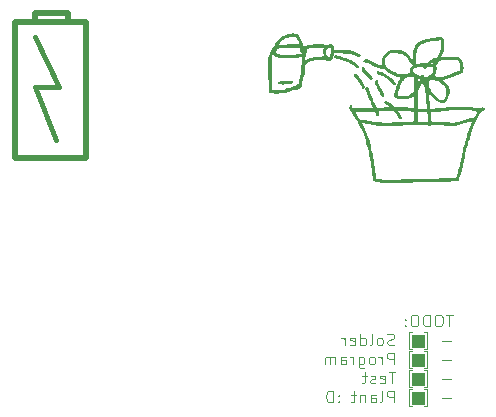
<source format=gbr>
%TF.GenerationSoftware,KiCad,Pcbnew,8.0.0*%
%TF.CreationDate,2024-05-08T00:57:59+10:00*%
%TF.ProjectId,PlantPulse_Node,506c616e-7450-4756-9c73-655f4e6f6465,rev?*%
%TF.SameCoordinates,Original*%
%TF.FileFunction,Legend,Bot*%
%TF.FilePolarity,Positive*%
%FSLAX46Y46*%
G04 Gerber Fmt 4.6, Leading zero omitted, Abs format (unit mm)*
G04 Created by KiCad (PCBNEW 8.0.0) date 2024-05-08 00:57:59*
%MOMM*%
%LPD*%
G01*
G04 APERTURE LIST*
%ADD10C,0.100000*%
%ADD11C,0.500000*%
%ADD12C,0.400000*%
%ADD13C,0.120000*%
%ADD14C,0.000000*%
G04 APERTURE END LIST*
D10*
X94150000Y-97400000D02*
X95150000Y-97400000D01*
X95150000Y-98400000D01*
X94150000Y-98400000D01*
X94150000Y-97400000D01*
G36*
X94150000Y-97400000D02*
G01*
X95150000Y-97400000D01*
X95150000Y-98400000D01*
X94150000Y-98400000D01*
X94150000Y-97400000D01*
G37*
D11*
X66500000Y-80750000D02*
X60500000Y-80750000D01*
X62250000Y-69250000D02*
X62250000Y-68500000D01*
D12*
X64250000Y-74750000D02*
X62250000Y-70500000D01*
D11*
X65000000Y-68500000D02*
X65000000Y-69250000D01*
X60500000Y-80750000D02*
X60500000Y-69250000D01*
D10*
X94150000Y-95800000D02*
X95150000Y-95800000D01*
X95150000Y-96800000D01*
X94150000Y-96800000D01*
X94150000Y-95800000D01*
G36*
X94150000Y-95800000D02*
G01*
X95150000Y-95800000D01*
X95150000Y-96800000D01*
X94150000Y-96800000D01*
X94150000Y-95800000D01*
G37*
D12*
X64000000Y-79250000D02*
X62250000Y-74750000D01*
X62250000Y-74750000D02*
X64250000Y-74750000D01*
D11*
X66500000Y-69250000D02*
X66500000Y-80750000D01*
D10*
X94150000Y-99000000D02*
X95150000Y-99000000D01*
X95150000Y-100000000D01*
X94150000Y-100000000D01*
X94150000Y-99000000D01*
G36*
X94150000Y-99000000D02*
G01*
X95150000Y-99000000D01*
X95150000Y-100000000D01*
X94150000Y-100000000D01*
X94150000Y-99000000D01*
G37*
D11*
X62250000Y-68500000D02*
X65000000Y-68500000D01*
D10*
X94150000Y-100600000D02*
X95150000Y-100600000D01*
X95150000Y-101600000D01*
X94150000Y-101600000D01*
X94150000Y-100600000D01*
G36*
X94150000Y-100600000D02*
G01*
X95150000Y-100600000D01*
X95150000Y-101600000D01*
X94150000Y-101600000D01*
X94150000Y-100600000D01*
G37*
D11*
X60500000Y-69250000D02*
X66500000Y-69250000D01*
D13*
X97575814Y-94031603D02*
X97004386Y-94031603D01*
X97290100Y-95031603D02*
X97290100Y-94031603D01*
X96480576Y-94031603D02*
X96290100Y-94031603D01*
X96290100Y-94031603D02*
X96194862Y-94079222D01*
X96194862Y-94079222D02*
X96099624Y-94174460D01*
X96099624Y-94174460D02*
X96052005Y-94364936D01*
X96052005Y-94364936D02*
X96052005Y-94698269D01*
X96052005Y-94698269D02*
X96099624Y-94888745D01*
X96099624Y-94888745D02*
X96194862Y-94983984D01*
X96194862Y-94983984D02*
X96290100Y-95031603D01*
X96290100Y-95031603D02*
X96480576Y-95031603D01*
X96480576Y-95031603D02*
X96575814Y-94983984D01*
X96575814Y-94983984D02*
X96671052Y-94888745D01*
X96671052Y-94888745D02*
X96718671Y-94698269D01*
X96718671Y-94698269D02*
X96718671Y-94364936D01*
X96718671Y-94364936D02*
X96671052Y-94174460D01*
X96671052Y-94174460D02*
X96575814Y-94079222D01*
X96575814Y-94079222D02*
X96480576Y-94031603D01*
X95623433Y-95031603D02*
X95623433Y-94031603D01*
X95623433Y-94031603D02*
X95385338Y-94031603D01*
X95385338Y-94031603D02*
X95242481Y-94079222D01*
X95242481Y-94079222D02*
X95147243Y-94174460D01*
X95147243Y-94174460D02*
X95099624Y-94269698D01*
X95099624Y-94269698D02*
X95052005Y-94460174D01*
X95052005Y-94460174D02*
X95052005Y-94603031D01*
X95052005Y-94603031D02*
X95099624Y-94793507D01*
X95099624Y-94793507D02*
X95147243Y-94888745D01*
X95147243Y-94888745D02*
X95242481Y-94983984D01*
X95242481Y-94983984D02*
X95385338Y-95031603D01*
X95385338Y-95031603D02*
X95623433Y-95031603D01*
X94432957Y-94031603D02*
X94242481Y-94031603D01*
X94242481Y-94031603D02*
X94147243Y-94079222D01*
X94147243Y-94079222D02*
X94052005Y-94174460D01*
X94052005Y-94174460D02*
X94004386Y-94364936D01*
X94004386Y-94364936D02*
X94004386Y-94698269D01*
X94004386Y-94698269D02*
X94052005Y-94888745D01*
X94052005Y-94888745D02*
X94147243Y-94983984D01*
X94147243Y-94983984D02*
X94242481Y-95031603D01*
X94242481Y-95031603D02*
X94432957Y-95031603D01*
X94432957Y-95031603D02*
X94528195Y-94983984D01*
X94528195Y-94983984D02*
X94623433Y-94888745D01*
X94623433Y-94888745D02*
X94671052Y-94698269D01*
X94671052Y-94698269D02*
X94671052Y-94364936D01*
X94671052Y-94364936D02*
X94623433Y-94174460D01*
X94623433Y-94174460D02*
X94528195Y-94079222D01*
X94528195Y-94079222D02*
X94432957Y-94031603D01*
X93575814Y-94936364D02*
X93528195Y-94983984D01*
X93528195Y-94983984D02*
X93575814Y-95031603D01*
X93575814Y-95031603D02*
X93623433Y-94983984D01*
X93623433Y-94983984D02*
X93575814Y-94936364D01*
X93575814Y-94936364D02*
X93575814Y-95031603D01*
X93575814Y-94412555D02*
X93528195Y-94460174D01*
X93528195Y-94460174D02*
X93575814Y-94507793D01*
X93575814Y-94507793D02*
X93623433Y-94460174D01*
X93623433Y-94460174D02*
X93575814Y-94412555D01*
X93575814Y-94412555D02*
X93575814Y-94507793D01*
X97432957Y-96260594D02*
X96671053Y-96260594D01*
X95147243Y-96974880D02*
X95385338Y-96974880D01*
X95385338Y-96974880D02*
X95385338Y-95546308D01*
X95385338Y-95546308D02*
X95147243Y-95546308D01*
X94099623Y-96974880D02*
X93861528Y-96974880D01*
X93861528Y-96974880D02*
X93861528Y-95546308D01*
X93861528Y-95546308D02*
X94099623Y-95546308D01*
X92623432Y-96593928D02*
X92480575Y-96641547D01*
X92480575Y-96641547D02*
X92242480Y-96641547D01*
X92242480Y-96641547D02*
X92147242Y-96593928D01*
X92147242Y-96593928D02*
X92099623Y-96546308D01*
X92099623Y-96546308D02*
X92052004Y-96451070D01*
X92052004Y-96451070D02*
X92052004Y-96355832D01*
X92052004Y-96355832D02*
X92099623Y-96260594D01*
X92099623Y-96260594D02*
X92147242Y-96212975D01*
X92147242Y-96212975D02*
X92242480Y-96165356D01*
X92242480Y-96165356D02*
X92432956Y-96117737D01*
X92432956Y-96117737D02*
X92528194Y-96070118D01*
X92528194Y-96070118D02*
X92575813Y-96022499D01*
X92575813Y-96022499D02*
X92623432Y-95927261D01*
X92623432Y-95927261D02*
X92623432Y-95832023D01*
X92623432Y-95832023D02*
X92575813Y-95736785D01*
X92575813Y-95736785D02*
X92528194Y-95689166D01*
X92528194Y-95689166D02*
X92432956Y-95641547D01*
X92432956Y-95641547D02*
X92194861Y-95641547D01*
X92194861Y-95641547D02*
X92052004Y-95689166D01*
X91480575Y-96641547D02*
X91575813Y-96593928D01*
X91575813Y-96593928D02*
X91623432Y-96546308D01*
X91623432Y-96546308D02*
X91671051Y-96451070D01*
X91671051Y-96451070D02*
X91671051Y-96165356D01*
X91671051Y-96165356D02*
X91623432Y-96070118D01*
X91623432Y-96070118D02*
X91575813Y-96022499D01*
X91575813Y-96022499D02*
X91480575Y-95974880D01*
X91480575Y-95974880D02*
X91337718Y-95974880D01*
X91337718Y-95974880D02*
X91242480Y-96022499D01*
X91242480Y-96022499D02*
X91194861Y-96070118D01*
X91194861Y-96070118D02*
X91147242Y-96165356D01*
X91147242Y-96165356D02*
X91147242Y-96451070D01*
X91147242Y-96451070D02*
X91194861Y-96546308D01*
X91194861Y-96546308D02*
X91242480Y-96593928D01*
X91242480Y-96593928D02*
X91337718Y-96641547D01*
X91337718Y-96641547D02*
X91480575Y-96641547D01*
X90575813Y-96641547D02*
X90671051Y-96593928D01*
X90671051Y-96593928D02*
X90718670Y-96498689D01*
X90718670Y-96498689D02*
X90718670Y-95641547D01*
X89766289Y-96641547D02*
X89766289Y-95641547D01*
X89766289Y-96593928D02*
X89861527Y-96641547D01*
X89861527Y-96641547D02*
X90052003Y-96641547D01*
X90052003Y-96641547D02*
X90147241Y-96593928D01*
X90147241Y-96593928D02*
X90194860Y-96546308D01*
X90194860Y-96546308D02*
X90242479Y-96451070D01*
X90242479Y-96451070D02*
X90242479Y-96165356D01*
X90242479Y-96165356D02*
X90194860Y-96070118D01*
X90194860Y-96070118D02*
X90147241Y-96022499D01*
X90147241Y-96022499D02*
X90052003Y-95974880D01*
X90052003Y-95974880D02*
X89861527Y-95974880D01*
X89861527Y-95974880D02*
X89766289Y-96022499D01*
X88909146Y-96593928D02*
X89004384Y-96641547D01*
X89004384Y-96641547D02*
X89194860Y-96641547D01*
X89194860Y-96641547D02*
X89290098Y-96593928D01*
X89290098Y-96593928D02*
X89337717Y-96498689D01*
X89337717Y-96498689D02*
X89337717Y-96117737D01*
X89337717Y-96117737D02*
X89290098Y-96022499D01*
X89290098Y-96022499D02*
X89194860Y-95974880D01*
X89194860Y-95974880D02*
X89004384Y-95974880D01*
X89004384Y-95974880D02*
X88909146Y-96022499D01*
X88909146Y-96022499D02*
X88861527Y-96117737D01*
X88861527Y-96117737D02*
X88861527Y-96212975D01*
X88861527Y-96212975D02*
X89337717Y-96308213D01*
X88432955Y-96641547D02*
X88432955Y-95974880D01*
X88432955Y-96165356D02*
X88385336Y-96070118D01*
X88385336Y-96070118D02*
X88337717Y-96022499D01*
X88337717Y-96022499D02*
X88242479Y-95974880D01*
X88242479Y-95974880D02*
X88147241Y-95974880D01*
X97432957Y-97870538D02*
X96671053Y-97870538D01*
X95147243Y-98584824D02*
X95385338Y-98584824D01*
X95385338Y-98584824D02*
X95385338Y-97156252D01*
X95385338Y-97156252D02*
X95147243Y-97156252D01*
X94099623Y-98584824D02*
X93861528Y-98584824D01*
X93861528Y-98584824D02*
X93861528Y-97156252D01*
X93861528Y-97156252D02*
X94099623Y-97156252D01*
X92575813Y-98251491D02*
X92575813Y-97251491D01*
X92575813Y-97251491D02*
X92194861Y-97251491D01*
X92194861Y-97251491D02*
X92099623Y-97299110D01*
X92099623Y-97299110D02*
X92052004Y-97346729D01*
X92052004Y-97346729D02*
X92004385Y-97441967D01*
X92004385Y-97441967D02*
X92004385Y-97584824D01*
X92004385Y-97584824D02*
X92052004Y-97680062D01*
X92052004Y-97680062D02*
X92099623Y-97727681D01*
X92099623Y-97727681D02*
X92194861Y-97775300D01*
X92194861Y-97775300D02*
X92575813Y-97775300D01*
X91575813Y-98251491D02*
X91575813Y-97584824D01*
X91575813Y-97775300D02*
X91528194Y-97680062D01*
X91528194Y-97680062D02*
X91480575Y-97632443D01*
X91480575Y-97632443D02*
X91385337Y-97584824D01*
X91385337Y-97584824D02*
X91290099Y-97584824D01*
X90813908Y-98251491D02*
X90909146Y-98203872D01*
X90909146Y-98203872D02*
X90956765Y-98156252D01*
X90956765Y-98156252D02*
X91004384Y-98061014D01*
X91004384Y-98061014D02*
X91004384Y-97775300D01*
X91004384Y-97775300D02*
X90956765Y-97680062D01*
X90956765Y-97680062D02*
X90909146Y-97632443D01*
X90909146Y-97632443D02*
X90813908Y-97584824D01*
X90813908Y-97584824D02*
X90671051Y-97584824D01*
X90671051Y-97584824D02*
X90575813Y-97632443D01*
X90575813Y-97632443D02*
X90528194Y-97680062D01*
X90528194Y-97680062D02*
X90480575Y-97775300D01*
X90480575Y-97775300D02*
X90480575Y-98061014D01*
X90480575Y-98061014D02*
X90528194Y-98156252D01*
X90528194Y-98156252D02*
X90575813Y-98203872D01*
X90575813Y-98203872D02*
X90671051Y-98251491D01*
X90671051Y-98251491D02*
X90813908Y-98251491D01*
X89623432Y-97584824D02*
X89623432Y-98394348D01*
X89623432Y-98394348D02*
X89671051Y-98489586D01*
X89671051Y-98489586D02*
X89718670Y-98537205D01*
X89718670Y-98537205D02*
X89813908Y-98584824D01*
X89813908Y-98584824D02*
X89956765Y-98584824D01*
X89956765Y-98584824D02*
X90052003Y-98537205D01*
X89623432Y-98203872D02*
X89718670Y-98251491D01*
X89718670Y-98251491D02*
X89909146Y-98251491D01*
X89909146Y-98251491D02*
X90004384Y-98203872D01*
X90004384Y-98203872D02*
X90052003Y-98156252D01*
X90052003Y-98156252D02*
X90099622Y-98061014D01*
X90099622Y-98061014D02*
X90099622Y-97775300D01*
X90099622Y-97775300D02*
X90052003Y-97680062D01*
X90052003Y-97680062D02*
X90004384Y-97632443D01*
X90004384Y-97632443D02*
X89909146Y-97584824D01*
X89909146Y-97584824D02*
X89718670Y-97584824D01*
X89718670Y-97584824D02*
X89623432Y-97632443D01*
X89147241Y-98251491D02*
X89147241Y-97584824D01*
X89147241Y-97775300D02*
X89099622Y-97680062D01*
X89099622Y-97680062D02*
X89052003Y-97632443D01*
X89052003Y-97632443D02*
X88956765Y-97584824D01*
X88956765Y-97584824D02*
X88861527Y-97584824D01*
X88099622Y-98251491D02*
X88099622Y-97727681D01*
X88099622Y-97727681D02*
X88147241Y-97632443D01*
X88147241Y-97632443D02*
X88242479Y-97584824D01*
X88242479Y-97584824D02*
X88432955Y-97584824D01*
X88432955Y-97584824D02*
X88528193Y-97632443D01*
X88099622Y-98203872D02*
X88194860Y-98251491D01*
X88194860Y-98251491D02*
X88432955Y-98251491D01*
X88432955Y-98251491D02*
X88528193Y-98203872D01*
X88528193Y-98203872D02*
X88575812Y-98108633D01*
X88575812Y-98108633D02*
X88575812Y-98013395D01*
X88575812Y-98013395D02*
X88528193Y-97918157D01*
X88528193Y-97918157D02*
X88432955Y-97870538D01*
X88432955Y-97870538D02*
X88194860Y-97870538D01*
X88194860Y-97870538D02*
X88099622Y-97822919D01*
X87623431Y-98251491D02*
X87623431Y-97584824D01*
X87623431Y-97680062D02*
X87575812Y-97632443D01*
X87575812Y-97632443D02*
X87480574Y-97584824D01*
X87480574Y-97584824D02*
X87337717Y-97584824D01*
X87337717Y-97584824D02*
X87242479Y-97632443D01*
X87242479Y-97632443D02*
X87194860Y-97727681D01*
X87194860Y-97727681D02*
X87194860Y-98251491D01*
X87194860Y-97727681D02*
X87147241Y-97632443D01*
X87147241Y-97632443D02*
X87052003Y-97584824D01*
X87052003Y-97584824D02*
X86909146Y-97584824D01*
X86909146Y-97584824D02*
X86813907Y-97632443D01*
X86813907Y-97632443D02*
X86766288Y-97727681D01*
X86766288Y-97727681D02*
X86766288Y-98251491D01*
X97432957Y-99480482D02*
X96671053Y-99480482D01*
X95147243Y-100194768D02*
X95385338Y-100194768D01*
X95385338Y-100194768D02*
X95385338Y-98766196D01*
X95385338Y-98766196D02*
X95147243Y-98766196D01*
X94099623Y-100194768D02*
X93861528Y-100194768D01*
X93861528Y-100194768D02*
X93861528Y-98766196D01*
X93861528Y-98766196D02*
X94099623Y-98766196D01*
X92718670Y-98861435D02*
X92147242Y-98861435D01*
X92432956Y-99861435D02*
X92432956Y-98861435D01*
X91432956Y-99813816D02*
X91528194Y-99861435D01*
X91528194Y-99861435D02*
X91718670Y-99861435D01*
X91718670Y-99861435D02*
X91813908Y-99813816D01*
X91813908Y-99813816D02*
X91861527Y-99718577D01*
X91861527Y-99718577D02*
X91861527Y-99337625D01*
X91861527Y-99337625D02*
X91813908Y-99242387D01*
X91813908Y-99242387D02*
X91718670Y-99194768D01*
X91718670Y-99194768D02*
X91528194Y-99194768D01*
X91528194Y-99194768D02*
X91432956Y-99242387D01*
X91432956Y-99242387D02*
X91385337Y-99337625D01*
X91385337Y-99337625D02*
X91385337Y-99432863D01*
X91385337Y-99432863D02*
X91861527Y-99528101D01*
X91004384Y-99813816D02*
X90909146Y-99861435D01*
X90909146Y-99861435D02*
X90718670Y-99861435D01*
X90718670Y-99861435D02*
X90623432Y-99813816D01*
X90623432Y-99813816D02*
X90575813Y-99718577D01*
X90575813Y-99718577D02*
X90575813Y-99670958D01*
X90575813Y-99670958D02*
X90623432Y-99575720D01*
X90623432Y-99575720D02*
X90718670Y-99528101D01*
X90718670Y-99528101D02*
X90861527Y-99528101D01*
X90861527Y-99528101D02*
X90956765Y-99480482D01*
X90956765Y-99480482D02*
X91004384Y-99385244D01*
X91004384Y-99385244D02*
X91004384Y-99337625D01*
X91004384Y-99337625D02*
X90956765Y-99242387D01*
X90956765Y-99242387D02*
X90861527Y-99194768D01*
X90861527Y-99194768D02*
X90718670Y-99194768D01*
X90718670Y-99194768D02*
X90623432Y-99242387D01*
X90290098Y-99194768D02*
X89909146Y-99194768D01*
X90147241Y-98861435D02*
X90147241Y-99718577D01*
X90147241Y-99718577D02*
X90099622Y-99813816D01*
X90099622Y-99813816D02*
X90004384Y-99861435D01*
X90004384Y-99861435D02*
X89909146Y-99861435D01*
X97432957Y-101090426D02*
X96671053Y-101090426D01*
X95147243Y-101804712D02*
X95385338Y-101804712D01*
X95385338Y-101804712D02*
X95385338Y-100376140D01*
X95385338Y-100376140D02*
X95147243Y-100376140D01*
X94099623Y-101804712D02*
X93861528Y-101804712D01*
X93861528Y-101804712D02*
X93861528Y-100376140D01*
X93861528Y-100376140D02*
X94099623Y-100376140D01*
X92575813Y-101471379D02*
X92575813Y-100471379D01*
X92575813Y-100471379D02*
X92194861Y-100471379D01*
X92194861Y-100471379D02*
X92099623Y-100518998D01*
X92099623Y-100518998D02*
X92052004Y-100566617D01*
X92052004Y-100566617D02*
X92004385Y-100661855D01*
X92004385Y-100661855D02*
X92004385Y-100804712D01*
X92004385Y-100804712D02*
X92052004Y-100899950D01*
X92052004Y-100899950D02*
X92099623Y-100947569D01*
X92099623Y-100947569D02*
X92194861Y-100995188D01*
X92194861Y-100995188D02*
X92575813Y-100995188D01*
X91432956Y-101471379D02*
X91528194Y-101423760D01*
X91528194Y-101423760D02*
X91575813Y-101328521D01*
X91575813Y-101328521D02*
X91575813Y-100471379D01*
X90623432Y-101471379D02*
X90623432Y-100947569D01*
X90623432Y-100947569D02*
X90671051Y-100852331D01*
X90671051Y-100852331D02*
X90766289Y-100804712D01*
X90766289Y-100804712D02*
X90956765Y-100804712D01*
X90956765Y-100804712D02*
X91052003Y-100852331D01*
X90623432Y-101423760D02*
X90718670Y-101471379D01*
X90718670Y-101471379D02*
X90956765Y-101471379D01*
X90956765Y-101471379D02*
X91052003Y-101423760D01*
X91052003Y-101423760D02*
X91099622Y-101328521D01*
X91099622Y-101328521D02*
X91099622Y-101233283D01*
X91099622Y-101233283D02*
X91052003Y-101138045D01*
X91052003Y-101138045D02*
X90956765Y-101090426D01*
X90956765Y-101090426D02*
X90718670Y-101090426D01*
X90718670Y-101090426D02*
X90623432Y-101042807D01*
X90147241Y-100804712D02*
X90147241Y-101471379D01*
X90147241Y-100899950D02*
X90099622Y-100852331D01*
X90099622Y-100852331D02*
X90004384Y-100804712D01*
X90004384Y-100804712D02*
X89861527Y-100804712D01*
X89861527Y-100804712D02*
X89766289Y-100852331D01*
X89766289Y-100852331D02*
X89718670Y-100947569D01*
X89718670Y-100947569D02*
X89718670Y-101471379D01*
X89385336Y-100804712D02*
X89004384Y-100804712D01*
X89242479Y-100471379D02*
X89242479Y-101328521D01*
X89242479Y-101328521D02*
X89194860Y-101423760D01*
X89194860Y-101423760D02*
X89099622Y-101471379D01*
X89099622Y-101471379D02*
X89004384Y-101471379D01*
X87909145Y-101376140D02*
X87861526Y-101423760D01*
X87861526Y-101423760D02*
X87909145Y-101471379D01*
X87909145Y-101471379D02*
X87956764Y-101423760D01*
X87956764Y-101423760D02*
X87909145Y-101376140D01*
X87909145Y-101376140D02*
X87909145Y-101471379D01*
X87909145Y-100852331D02*
X87861526Y-100899950D01*
X87861526Y-100899950D02*
X87909145Y-100947569D01*
X87909145Y-100947569D02*
X87956764Y-100899950D01*
X87956764Y-100899950D02*
X87909145Y-100852331D01*
X87909145Y-100852331D02*
X87909145Y-100947569D01*
X87432955Y-101471379D02*
X87432955Y-100471379D01*
X87432955Y-100471379D02*
X87194860Y-100471379D01*
X87194860Y-100471379D02*
X87052003Y-100518998D01*
X87052003Y-100518998D02*
X86956765Y-100614236D01*
X86956765Y-100614236D02*
X86909146Y-100709474D01*
X86909146Y-100709474D02*
X86861527Y-100899950D01*
X86861527Y-100899950D02*
X86861527Y-101042807D01*
X86861527Y-101042807D02*
X86909146Y-101233283D01*
X86909146Y-101233283D02*
X86956765Y-101328521D01*
X86956765Y-101328521D02*
X87052003Y-101423760D01*
X87052003Y-101423760D02*
X87194860Y-101471379D01*
X87194860Y-101471379D02*
X87432955Y-101471379D01*
D14*
%TO.C,G\u002A\u002A\u002A*%
G36*
X83961526Y-74236653D02*
G01*
X84019827Y-74280732D01*
X84038045Y-74352879D01*
X84037133Y-74370334D01*
X84003535Y-74441139D01*
X83918793Y-74483899D01*
X83779165Y-74500754D01*
X83756103Y-74501664D01*
X83642521Y-74512031D01*
X83547758Y-74528643D01*
X83533337Y-74531776D01*
X83444623Y-74543136D01*
X83320504Y-74551953D01*
X83183128Y-74556532D01*
X83025710Y-74552362D01*
X82884303Y-74528648D01*
X82800444Y-74483990D01*
X82772789Y-74417933D01*
X82784794Y-74374606D01*
X82850394Y-74320965D01*
X82968543Y-74287277D01*
X83134039Y-74275592D01*
X83137401Y-74275588D01*
X83283929Y-74270249D01*
X83455326Y-74256745D01*
X83615189Y-74237927D01*
X83702784Y-74226749D01*
X83857669Y-74219154D01*
X83961526Y-74236653D01*
G37*
G36*
X90071640Y-73068463D02*
G01*
X90126556Y-73146532D01*
X90135059Y-73163241D01*
X90185397Y-73237016D01*
X90267267Y-73340855D01*
X90371443Y-73463380D01*
X90488703Y-73593215D01*
X90620203Y-73738221D01*
X90722685Y-73862751D01*
X90784014Y-73956591D01*
X90807261Y-74025834D01*
X90795501Y-74076573D01*
X90751805Y-74114901D01*
X90748768Y-74116663D01*
X90686848Y-74143780D01*
X90638036Y-74132271D01*
X90576395Y-74076450D01*
X90416344Y-73909151D01*
X90240791Y-73723392D01*
X90103828Y-73575107D01*
X90001875Y-73460232D01*
X89931351Y-73374706D01*
X89888676Y-73314469D01*
X89870268Y-73275458D01*
X89862243Y-73197775D01*
X89886111Y-73112762D01*
X89937947Y-73058354D01*
X90004280Y-73041329D01*
X90071640Y-73068463D01*
G37*
G36*
X89387691Y-73663758D02*
G01*
X89445649Y-73705707D01*
X89524535Y-73782332D01*
X89633573Y-73901053D01*
X89708046Y-73987037D01*
X89799967Y-74101079D01*
X89870821Y-74198288D01*
X89909480Y-74264027D01*
X89913385Y-74273175D01*
X89949928Y-74344726D01*
X89980157Y-74383467D01*
X90001354Y-74413302D01*
X90037518Y-74487801D01*
X90078259Y-74588216D01*
X90088490Y-74616008D01*
X90121239Y-74720509D01*
X90128563Y-74789902D01*
X90112885Y-74841939D01*
X90079181Y-74881052D01*
X89998323Y-74908220D01*
X89997456Y-74908218D01*
X89943855Y-74896210D01*
X89901025Y-74851292D01*
X89855423Y-74759357D01*
X89752134Y-74551218D01*
X89587074Y-74289371D01*
X89395080Y-74044256D01*
X89327151Y-73964136D01*
X89265548Y-73878984D01*
X89236601Y-73813470D01*
X89232525Y-73753674D01*
X89235530Y-73729410D01*
X89260824Y-73671038D01*
X89320873Y-73649497D01*
X89341440Y-73649067D01*
X89387691Y-73663758D01*
G37*
G36*
X91209745Y-74161137D02*
G01*
X91249675Y-74180858D01*
X91269626Y-74229054D01*
X91281840Y-74323039D01*
X91294304Y-74392638D01*
X91324955Y-74487713D01*
X91377012Y-74608883D01*
X91454477Y-74765358D01*
X91561349Y-74966345D01*
X91582048Y-75004557D01*
X91677944Y-75185572D01*
X91744993Y-75321170D01*
X91786408Y-75418776D01*
X91805405Y-75485819D01*
X91805197Y-75529725D01*
X91794809Y-75562031D01*
X91759888Y-75596286D01*
X91687677Y-75598125D01*
X91650954Y-75590196D01*
X91612602Y-75568893D01*
X91570906Y-75528231D01*
X91521728Y-75461998D01*
X91460929Y-75363979D01*
X91384369Y-75227961D01*
X91287910Y-75047729D01*
X91167411Y-74817070D01*
X91162204Y-74807021D01*
X91078632Y-74637210D01*
X91026466Y-74507084D01*
X91002723Y-74403981D01*
X91004416Y-74315239D01*
X91028560Y-74228198D01*
X91045337Y-74191443D01*
X91086782Y-74156835D01*
X91162993Y-74154969D01*
X91209745Y-74161137D01*
G37*
G36*
X91330427Y-73435030D02*
G01*
X91422731Y-73458390D01*
X91558789Y-73502590D01*
X91599290Y-73516927D01*
X91742213Y-73575266D01*
X91872326Y-73638842D01*
X91965651Y-73696240D01*
X92011024Y-73729404D01*
X92110923Y-73796829D01*
X92192579Y-73845278D01*
X92205911Y-73853009D01*
X92281738Y-73912085D01*
X92379685Y-74003585D01*
X92486348Y-74113293D01*
X92588321Y-74226990D01*
X92672201Y-74330462D01*
X92724581Y-74409490D01*
X92747227Y-74458813D01*
X92748076Y-74507198D01*
X92707926Y-74557392D01*
X92657551Y-74594032D01*
X92583490Y-74598736D01*
X92501371Y-74546747D01*
X92406255Y-74436079D01*
X92334120Y-74347163D01*
X92143808Y-74164358D01*
X91913833Y-73995600D01*
X91660150Y-73851847D01*
X91398717Y-73744059D01*
X91325604Y-73719411D01*
X91225776Y-73681724D01*
X91167972Y-73649784D01*
X91139909Y-73615734D01*
X91129307Y-73571717D01*
X91127977Y-73557433D01*
X91141150Y-73491269D01*
X91202372Y-73447503D01*
X91216631Y-73441488D01*
X91266764Y-73430174D01*
X91330427Y-73435030D01*
G37*
G36*
X87802584Y-72072672D02*
G01*
X87814662Y-72078564D01*
X87893830Y-72111303D01*
X87948307Y-72124658D01*
X87952218Y-72124817D01*
X88012295Y-72138809D01*
X88093696Y-72168515D01*
X88141037Y-72186821D01*
X88246707Y-72224150D01*
X88382215Y-72269636D01*
X88529701Y-72317190D01*
X88703970Y-72375974D01*
X88994509Y-72496787D01*
X89240337Y-72634239D01*
X89453349Y-72794477D01*
X89570013Y-72904130D01*
X89639140Y-72993067D01*
X89659815Y-73063778D01*
X89635539Y-73122564D01*
X89587896Y-73158881D01*
X89514003Y-73160250D01*
X89416996Y-73112800D01*
X89290851Y-73014645D01*
X89197309Y-72937535D01*
X89093575Y-72864050D01*
X88978453Y-72797106D01*
X88842027Y-72732010D01*
X88674387Y-72664068D01*
X88465617Y-72588586D01*
X88205805Y-72500870D01*
X88133449Y-72476948D01*
X87928698Y-72408824D01*
X87774824Y-72355957D01*
X87664746Y-72314840D01*
X87591384Y-72281961D01*
X87547659Y-72253813D01*
X87526491Y-72226884D01*
X87520801Y-72197667D01*
X87523509Y-72162652D01*
X87539385Y-72109841D01*
X87599875Y-72053422D01*
X87691869Y-72039658D01*
X87802584Y-72072672D01*
G37*
G36*
X84912215Y-71196796D02*
G01*
X84923723Y-71244644D01*
X84929236Y-71284163D01*
X84962408Y-71315799D01*
X85033694Y-71315877D01*
X85152350Y-71286074D01*
X85319879Y-71240609D01*
X85610524Y-71185869D01*
X85933038Y-71154291D01*
X86301551Y-71144128D01*
X86439687Y-71144791D01*
X86604766Y-71148756D01*
X86720654Y-71156912D01*
X86795827Y-71169958D01*
X86838759Y-71188598D01*
X86848981Y-71195705D01*
X86883581Y-71211195D01*
X86927997Y-71211845D01*
X86994224Y-71194933D01*
X87094258Y-71157739D01*
X87240091Y-71097541D01*
X87273415Y-71094081D01*
X87335173Y-71124895D01*
X87421972Y-71202971D01*
X87474189Y-71257735D01*
X87523633Y-71325806D01*
X87544694Y-71397040D01*
X87549092Y-71498704D01*
X87549070Y-71602417D01*
X87549056Y-71666003D01*
X88183953Y-71656231D01*
X88818851Y-71646459D01*
X89109207Y-71743359D01*
X89317236Y-71814324D01*
X89498745Y-71880789D01*
X89630673Y-71935889D01*
X89719070Y-71982451D01*
X89769987Y-72023304D01*
X89789476Y-72061274D01*
X89788769Y-72106263D01*
X89761880Y-72173846D01*
X89730512Y-72197135D01*
X89645815Y-72217196D01*
X89547064Y-72210514D01*
X89461957Y-72176815D01*
X89440679Y-72164693D01*
X89360873Y-72128563D01*
X89246554Y-72083013D01*
X89114881Y-72035053D01*
X89045575Y-72011199D01*
X88959372Y-71983785D01*
X88879869Y-71963748D01*
X88795404Y-71949753D01*
X88694318Y-71940469D01*
X88564952Y-71934561D01*
X88395646Y-71930696D01*
X88174739Y-71927541D01*
X87519280Y-71919054D01*
X87486867Y-72070348D01*
X87428584Y-72268462D01*
X87338980Y-72432957D01*
X87223024Y-72540055D01*
X87080785Y-72589666D01*
X87023385Y-72594897D01*
X86947960Y-72582774D01*
X86884487Y-72535484D01*
X86865433Y-72517252D01*
X86835203Y-72495869D01*
X86794807Y-72481979D01*
X86733636Y-72474556D01*
X86641077Y-72472573D01*
X86506522Y-72475004D01*
X86319358Y-72480822D01*
X86123244Y-72489830D01*
X85901101Y-72510354D01*
X85716738Y-72543859D01*
X85555664Y-72594109D01*
X85403392Y-72664872D01*
X85245433Y-72759911D01*
X85081880Y-72866982D01*
X85081880Y-73220743D01*
X85080558Y-73374609D01*
X85074608Y-73492622D01*
X85061410Y-73580237D01*
X85038347Y-73654373D01*
X85002802Y-73731945D01*
X84973120Y-73796088D01*
X84937585Y-73891735D01*
X84923723Y-73958044D01*
X84918101Y-74006308D01*
X84889846Y-74090000D01*
X84880699Y-74114513D01*
X84861395Y-74199284D01*
X84841734Y-74320155D01*
X84824802Y-74459589D01*
X84816029Y-74535238D01*
X84795391Y-74667740D01*
X84772324Y-74772668D01*
X84750375Y-74832265D01*
X84749632Y-74833397D01*
X84723328Y-74863794D01*
X84682206Y-74890439D01*
X84616808Y-74916489D01*
X84517678Y-74945104D01*
X84375356Y-74979444D01*
X84180386Y-75022668D01*
X84166749Y-75025671D01*
X84023738Y-75061419D01*
X83887200Y-75102016D01*
X83784993Y-75139248D01*
X83729474Y-75162268D01*
X83597802Y-75212470D01*
X83468680Y-75257278D01*
X83433479Y-75267876D01*
X83349201Y-75286726D01*
X83246436Y-75300138D01*
X83113998Y-75308991D01*
X82940700Y-75314166D01*
X82715355Y-75316542D01*
X82545621Y-75316087D01*
X82372435Y-75312668D01*
X82229516Y-75306631D01*
X82127859Y-75298458D01*
X82078458Y-75288631D01*
X82040964Y-75256402D01*
X82003064Y-75185829D01*
X82000350Y-75159540D01*
X81996515Y-75073013D01*
X81995482Y-75034745D01*
X82266322Y-75034745D01*
X82780514Y-75033783D01*
X82869146Y-75033404D01*
X83064824Y-75029919D01*
X83207800Y-75021640D01*
X83305712Y-75007061D01*
X83366194Y-74984674D01*
X83396884Y-74952973D01*
X83405417Y-74910450D01*
X83406359Y-74897995D01*
X83426117Y-74867887D01*
X83481888Y-74848722D01*
X83587297Y-74834837D01*
X83783504Y-74810062D01*
X83945073Y-74773771D01*
X84085254Y-74720370D01*
X84225265Y-74643495D01*
X84325860Y-74586785D01*
X84417925Y-74544718D01*
X84477744Y-74528643D01*
X84482515Y-74528595D01*
X84522066Y-74518051D01*
X84539954Y-74477602D01*
X84544147Y-74390700D01*
X84544426Y-74378484D01*
X84557698Y-74274087D01*
X84586894Y-74140396D01*
X84626527Y-74003216D01*
X84665993Y-73872092D01*
X84705341Y-73702854D01*
X84735606Y-73515125D01*
X84758184Y-73297736D01*
X84774473Y-73039520D01*
X84785869Y-72729305D01*
X84794193Y-72428764D01*
X85083977Y-72428764D01*
X85085867Y-72510686D01*
X85100992Y-72534685D01*
X85129950Y-72503226D01*
X85131951Y-72500355D01*
X85183954Y-72461390D01*
X85286213Y-72409033D01*
X85429302Y-72347688D01*
X85603798Y-72281760D01*
X85635240Y-72271060D01*
X85742477Y-72242561D01*
X85869149Y-72221985D01*
X86029855Y-72207378D01*
X86239191Y-72196790D01*
X86684796Y-72179547D01*
X86641384Y-72053541D01*
X86591140Y-71870360D01*
X86581737Y-71748855D01*
X86863638Y-71748855D01*
X86889124Y-71905746D01*
X86961862Y-72101093D01*
X86998599Y-72179547D01*
X86999459Y-72181383D01*
X87040402Y-72257775D01*
X87066821Y-72293788D01*
X87091903Y-72294037D01*
X87130870Y-72248853D01*
X87170154Y-72160236D01*
X87206455Y-72039735D01*
X87236471Y-71898899D01*
X87256902Y-71749277D01*
X87264446Y-71602417D01*
X87264382Y-71560712D01*
X87261970Y-71466905D01*
X87252505Y-71419729D01*
X87231201Y-71406573D01*
X87193275Y-71414828D01*
X87089778Y-71452347D01*
X86962058Y-71527813D01*
X86887314Y-71624763D01*
X86863638Y-71748855D01*
X86581737Y-71748855D01*
X86577345Y-71692106D01*
X86612130Y-71553551D01*
X86619485Y-71538694D01*
X86650758Y-71472358D01*
X86663449Y-71439723D01*
X86660149Y-71438381D01*
X86612238Y-71434601D01*
X86516148Y-71431550D01*
X86383254Y-71429510D01*
X86224927Y-71428768D01*
X86091311Y-71429652D01*
X85867947Y-71437261D01*
X85679119Y-71454344D01*
X85506035Y-71482922D01*
X85329902Y-71525016D01*
X85208406Y-71557731D01*
X85208211Y-71754208D01*
X85206881Y-71806654D01*
X85197419Y-71884630D01*
X85190093Y-71945007D01*
X85157393Y-72045580D01*
X85134621Y-72103668D01*
X85108350Y-72211039D01*
X85107330Y-72215207D01*
X85089995Y-72338170D01*
X85083977Y-72428764D01*
X84794193Y-72428764D01*
X84800224Y-72211039D01*
X84695909Y-72232986D01*
X84649445Y-72242552D01*
X84508169Y-72268261D01*
X84368228Y-72287216D01*
X84216711Y-72300340D01*
X84040704Y-72308555D01*
X83827296Y-72312785D01*
X83563574Y-72313954D01*
X83380121Y-72313776D01*
X83198213Y-72312647D01*
X83061650Y-72309627D01*
X82960447Y-72303770D01*
X82884618Y-72294131D01*
X82824179Y-72279764D01*
X82769143Y-72259724D01*
X82709526Y-72233064D01*
X82634503Y-72194976D01*
X82528615Y-72131198D01*
X82453325Y-72073856D01*
X82371097Y-71995413D01*
X82319143Y-72162837D01*
X82312301Y-72186610D01*
X82300572Y-72239978D01*
X82291008Y-72307124D01*
X82283395Y-72394234D01*
X82277521Y-72507492D01*
X82273171Y-72653085D01*
X82270133Y-72837197D01*
X82268193Y-73066014D01*
X82267138Y-73345721D01*
X82266756Y-73682504D01*
X82266322Y-75034745D01*
X81995482Y-75034745D01*
X81992785Y-74934810D01*
X81989268Y-74751717D01*
X81986072Y-74530524D01*
X81983305Y-74278019D01*
X81981076Y-74000991D01*
X81979491Y-73706227D01*
X81973768Y-72298631D01*
X82075848Y-72013948D01*
X82098332Y-71952634D01*
X82150544Y-71819083D01*
X82173005Y-71766597D01*
X82599879Y-71766597D01*
X82614579Y-71822739D01*
X82672109Y-71881419D01*
X82779604Y-71954987D01*
X82783182Y-71957243D01*
X82822839Y-71980747D01*
X82863084Y-71998476D01*
X82912871Y-72011190D01*
X82981154Y-72019647D01*
X83076885Y-72024607D01*
X83209017Y-72026829D01*
X83386505Y-72027072D01*
X83618300Y-72026095D01*
X83723120Y-72025432D01*
X83925718Y-72023400D01*
X84104830Y-72020626D01*
X84250511Y-72017314D01*
X84352818Y-72013671D01*
X84401805Y-72009901D01*
X84451608Y-71999911D01*
X84612835Y-71964675D01*
X84719717Y-71935129D01*
X84778942Y-71909153D01*
X84797198Y-71884630D01*
X84796853Y-71879281D01*
X84770119Y-71823158D01*
X84718801Y-71769208D01*
X84668413Y-71745081D01*
X84665530Y-71744805D01*
X84644684Y-71714209D01*
X84640050Y-71651128D01*
X84650728Y-71581475D01*
X84675823Y-71531163D01*
X84685310Y-71519638D01*
X84680397Y-71489583D01*
X84620468Y-71458123D01*
X84582468Y-71449945D01*
X84482110Y-71441401D01*
X84337588Y-71436337D01*
X84160062Y-71434519D01*
X83960695Y-71435717D01*
X83750651Y-71439698D01*
X83541091Y-71446230D01*
X83343178Y-71455082D01*
X83168074Y-71466022D01*
X83026943Y-71478816D01*
X82930946Y-71493235D01*
X82817036Y-71521643D01*
X82732459Y-71557573D01*
X82675173Y-71609547D01*
X82626375Y-71689695D01*
X82620876Y-71700641D01*
X82599879Y-71766597D01*
X82173005Y-71766597D01*
X82198720Y-71706507D01*
X82234710Y-71634372D01*
X82280058Y-71539674D01*
X82313835Y-71433945D01*
X82350678Y-71345859D01*
X82423401Y-71298005D01*
X82438590Y-71292075D01*
X82504252Y-71239680D01*
X82514480Y-71216956D01*
X82816291Y-71216956D01*
X82826107Y-71231791D01*
X82870409Y-71226791D01*
X82962578Y-71203951D01*
X82993992Y-71198604D01*
X83090064Y-71189250D01*
X83232660Y-71179626D01*
X83411408Y-71170315D01*
X83615936Y-71161897D01*
X83835871Y-71154955D01*
X84598456Y-71134511D01*
X84540423Y-70975742D01*
X84523043Y-70929949D01*
X84466830Y-70794490D01*
X84410467Y-70672123D01*
X84338543Y-70527273D01*
X84107842Y-70517952D01*
X83990195Y-70516779D01*
X83873316Y-70527816D01*
X83748902Y-70556065D01*
X83591832Y-70605804D01*
X83501429Y-70638142D01*
X83248178Y-70751034D01*
X83053258Y-70878064D01*
X82913660Y-71021504D01*
X82826376Y-71183624D01*
X82816291Y-71216956D01*
X82514480Y-71216956D01*
X82548334Y-71141744D01*
X82628091Y-70952996D01*
X82769180Y-70762172D01*
X82965152Y-70596333D01*
X83217599Y-70454166D01*
X83528113Y-70334361D01*
X83585026Y-70316616D01*
X83857607Y-70248833D01*
X84089568Y-70223630D01*
X84285919Y-70240823D01*
X84451672Y-70300225D01*
X84462418Y-70305942D01*
X84516298Y-70337697D01*
X84559110Y-70374042D01*
X84597728Y-70425823D01*
X84639024Y-70503883D01*
X84689872Y-70619070D01*
X84757146Y-70782227D01*
X84775168Y-70826745D01*
X84833490Y-70975501D01*
X84880655Y-71102966D01*
X84891265Y-71134511D01*
X84912215Y-71196796D01*
G37*
G36*
X96867946Y-70843299D02*
G01*
X96875333Y-70993702D01*
X96871180Y-71196721D01*
X96868282Y-71261602D01*
X96848968Y-71496685D01*
X96814522Y-71694245D01*
X96760534Y-71874404D01*
X96682596Y-72057284D01*
X96606432Y-72216427D01*
X97358206Y-72225897D01*
X98109980Y-72235368D01*
X98207816Y-72329160D01*
X98263524Y-72394880D01*
X98335664Y-72503435D01*
X98399619Y-72621834D01*
X98421937Y-72670201D01*
X98459709Y-72766081D01*
X98481385Y-72857441D01*
X98491250Y-72966847D01*
X98493159Y-73089415D01*
X98493586Y-73116865D01*
X98493323Y-73182062D01*
X98489439Y-73306738D01*
X98478654Y-73390664D01*
X98458100Y-73449854D01*
X98424910Y-73500321D01*
X98382348Y-73542348D01*
X98287366Y-73609475D01*
X98173769Y-73672387D01*
X98064036Y-73719080D01*
X97980649Y-73737549D01*
X97976692Y-73737675D01*
X97908186Y-73751934D01*
X97822493Y-73782547D01*
X97754570Y-73811614D01*
X97514102Y-73911863D01*
X97300764Y-73996606D01*
X97122097Y-74063011D01*
X96985639Y-74108245D01*
X96967764Y-74112622D01*
X96898931Y-74129477D01*
X96879701Y-74132301D01*
X96783312Y-74155028D01*
X96749093Y-74186226D01*
X96776205Y-74229708D01*
X96863810Y-74289290D01*
X97000315Y-74393069D01*
X97144544Y-74560546D01*
X97263123Y-74765878D01*
X97294052Y-74852420D01*
X97321857Y-75038068D01*
X97320150Y-75110322D01*
X97316870Y-75249152D01*
X97282132Y-75469315D01*
X97220684Y-75682200D01*
X97135566Y-75871451D01*
X97029820Y-76020712D01*
X97001079Y-76047739D01*
X96877208Y-76112812D01*
X96723975Y-76136114D01*
X96554601Y-76118564D01*
X96382307Y-76061077D01*
X96220313Y-75964571D01*
X96153505Y-75908597D01*
X96041556Y-75802827D01*
X95916253Y-75675230D01*
X95792462Y-75541512D01*
X95685049Y-75417381D01*
X95608882Y-75318544D01*
X95555186Y-75240349D01*
X95553546Y-75351059D01*
X95553837Y-75365841D01*
X95558856Y-75441025D01*
X95569072Y-75558054D01*
X95583235Y-75705282D01*
X95600095Y-75871062D01*
X95618402Y-76043749D01*
X95636906Y-76211695D01*
X95654359Y-76363255D01*
X95669510Y-76486781D01*
X95681109Y-76570628D01*
X95687906Y-76603148D01*
X95696615Y-76604688D01*
X95757636Y-76604010D01*
X95868314Y-76598102D01*
X96019396Y-76587743D01*
X96201629Y-76573714D01*
X96405761Y-76556795D01*
X96622538Y-76537766D01*
X96842709Y-76517408D01*
X97057021Y-76496500D01*
X97256221Y-76475823D01*
X97431057Y-76456157D01*
X97440208Y-76455106D01*
X97581484Y-76443768D01*
X97766178Y-76435421D01*
X97980963Y-76430044D01*
X98212511Y-76427616D01*
X98447496Y-76428114D01*
X98672590Y-76431517D01*
X98874466Y-76437804D01*
X99039796Y-76446953D01*
X99155254Y-76458943D01*
X99254808Y-76475324D01*
X99403914Y-76502189D01*
X99529565Y-76527270D01*
X99643784Y-76544939D01*
X99765871Y-76543805D01*
X99917055Y-76521409D01*
X99958208Y-76514090D01*
X100116571Y-76498367D01*
X100222761Y-76513520D01*
X100279808Y-76560511D01*
X100287455Y-76616314D01*
X100290742Y-76640305D01*
X100288752Y-76654184D01*
X100257255Y-76719277D01*
X100180376Y-76759472D01*
X100098711Y-76793705D01*
X100015144Y-76856225D01*
X100007555Y-76861903D01*
X99924952Y-76967422D01*
X99839489Y-77122416D01*
X99819802Y-77161893D01*
X99749403Y-77299452D01*
X99667360Y-77456036D01*
X99587642Y-77604879D01*
X99586145Y-77607641D01*
X99561350Y-77657874D01*
X99502796Y-77776499D01*
X99410790Y-77987565D01*
X99317519Y-78222254D01*
X99230375Y-78461984D01*
X99156749Y-78688170D01*
X99137122Y-78749372D01*
X99100920Y-78857970D01*
X99054195Y-78995722D01*
X99002270Y-79146825D01*
X98954070Y-79290973D01*
X98913327Y-79422224D01*
X98885489Y-79522740D01*
X98874808Y-79578124D01*
X98872035Y-79606992D01*
X98855122Y-79695526D01*
X98828310Y-79799544D01*
X98742701Y-80107342D01*
X98659196Y-80451477D01*
X98591228Y-80791657D01*
X98573848Y-80882008D01*
X98513573Y-81143348D01*
X98443189Y-81392653D01*
X98431126Y-81433356D01*
X98407808Y-81530210D01*
X98398692Y-81598257D01*
X98397117Y-81620575D01*
X98381420Y-81704123D01*
X98354268Y-81803861D01*
X98327776Y-81888588D01*
X98287730Y-82017215D01*
X98239836Y-82171401D01*
X98189554Y-82333587D01*
X98148976Y-82460617D01*
X98097567Y-82601922D01*
X98052454Y-82692735D01*
X98008880Y-82739713D01*
X97962093Y-82749514D01*
X97907338Y-82728796D01*
X97879109Y-82720543D01*
X97796510Y-82716461D01*
X97693188Y-82725452D01*
X97678432Y-82727600D01*
X97495122Y-82748549D01*
X97252150Y-82767974D01*
X96952778Y-82785744D01*
X96600271Y-82801726D01*
X96197890Y-82815789D01*
X95748898Y-82827802D01*
X95256560Y-82837633D01*
X94724137Y-82845150D01*
X94642252Y-82846119D01*
X94333947Y-82850326D01*
X94046435Y-82855113D01*
X93785783Y-82860324D01*
X93558057Y-82865801D01*
X93369325Y-82871388D01*
X93225653Y-82876927D01*
X93133108Y-82882262D01*
X93097756Y-82887236D01*
X93096236Y-82888223D01*
X93051180Y-82895424D01*
X92954209Y-82901667D01*
X92815365Y-82906583D01*
X92644691Y-82909804D01*
X92452226Y-82910959D01*
X92252569Y-82909092D01*
X91971608Y-82899936D01*
X91713425Y-82883898D01*
X91486104Y-82861817D01*
X91297731Y-82834530D01*
X91156393Y-82802875D01*
X91070174Y-82767692D01*
X91010977Y-82738227D01*
X90936666Y-82721171D01*
X90905952Y-82718278D01*
X90874149Y-82702616D01*
X90848159Y-82666880D01*
X90826223Y-82603901D01*
X90806577Y-82506511D01*
X90787461Y-82367543D01*
X90767112Y-82179827D01*
X90743771Y-81936195D01*
X90732214Y-81824540D01*
X90710636Y-81653391D01*
X90686916Y-81498244D01*
X90664430Y-81382646D01*
X90645436Y-81291210D01*
X90625527Y-81162124D01*
X90617464Y-81060523D01*
X90614361Y-81006865D01*
X90597102Y-80884183D01*
X90569925Y-80760025D01*
X90552733Y-80689590D01*
X90531361Y-80577093D01*
X90522853Y-80493939D01*
X90520340Y-80455988D01*
X90503843Y-80353168D01*
X90477109Y-80240888D01*
X90453642Y-80155716D01*
X90415614Y-80013059D01*
X90379803Y-79874347D01*
X90340962Y-79726254D01*
X90271600Y-79482251D01*
X90195620Y-79235233D01*
X90116290Y-78994364D01*
X90036879Y-78768808D01*
X89960655Y-78567731D01*
X89890887Y-78400298D01*
X89830841Y-78275672D01*
X89783788Y-78203019D01*
X89750620Y-78161752D01*
X89731693Y-78125414D01*
X89731609Y-78124440D01*
X89714223Y-78083738D01*
X89670311Y-77998872D01*
X89605281Y-77879367D01*
X89566169Y-77809308D01*
X89879412Y-77809308D01*
X89957762Y-77948241D01*
X89983141Y-77993184D01*
X90035367Y-78085338D01*
X90072503Y-78150436D01*
X90112442Y-78228734D01*
X90175032Y-78370914D01*
X90247293Y-78550105D01*
X90324506Y-78753204D01*
X90401949Y-78967110D01*
X90474900Y-79178719D01*
X90538638Y-79374929D01*
X90588443Y-79542638D01*
X90619593Y-79668743D01*
X90633041Y-79732800D01*
X90660794Y-79857423D01*
X90690630Y-79985056D01*
X90697041Y-80011734D01*
X90754963Y-80256648D01*
X90799833Y-80456294D01*
X90834457Y-80625169D01*
X90861642Y-80777773D01*
X90884193Y-80928602D01*
X90904918Y-81092155D01*
X90907416Y-81112712D01*
X90926151Y-81245985D01*
X90946465Y-81362874D01*
X90964379Y-81440100D01*
X90968255Y-81454287D01*
X90984506Y-81542816D01*
X91000130Y-81666733D01*
X91012211Y-81803861D01*
X91024116Y-81951115D01*
X91043975Y-82133002D01*
X91067000Y-82292132D01*
X91091453Y-82418406D01*
X91115592Y-82501727D01*
X91137677Y-82531998D01*
X91160014Y-82534047D01*
X91236439Y-82543566D01*
X91350541Y-82559032D01*
X91487235Y-82578442D01*
X91556798Y-82586833D01*
X91698004Y-82598530D01*
X91869883Y-82608393D01*
X92062006Y-82616266D01*
X92263945Y-82621993D01*
X92465273Y-82625419D01*
X92655561Y-82626387D01*
X92824381Y-82624740D01*
X92961306Y-82620323D01*
X93055907Y-82612979D01*
X93097756Y-82602553D01*
X93102927Y-82600932D01*
X93158294Y-82595807D01*
X93268883Y-82590307D01*
X93428688Y-82584593D01*
X93631704Y-82578825D01*
X93871925Y-82573162D01*
X94143347Y-82567763D01*
X94439963Y-82562790D01*
X94755768Y-82558403D01*
X95044162Y-82554226D01*
X95450546Y-82546409D01*
X95842916Y-82536671D01*
X96215799Y-82525260D01*
X96563725Y-82512424D01*
X96881220Y-82498411D01*
X97162813Y-82483469D01*
X97403032Y-82467847D01*
X97596405Y-82451793D01*
X97737460Y-82435555D01*
X97820725Y-82419381D01*
X97838341Y-82412129D01*
X97878764Y-82373868D01*
X97916255Y-82297946D01*
X97957647Y-82172022D01*
X98004463Y-82011382D01*
X98063182Y-81802946D01*
X98103105Y-81650293D01*
X98124936Y-81550810D01*
X98133106Y-81510720D01*
X98154881Y-81413953D01*
X98185250Y-81284654D01*
X98220318Y-81139602D01*
X98240529Y-81056531D01*
X98282864Y-80879300D01*
X98322918Y-80707953D01*
X98354167Y-80570237D01*
X98358135Y-80552297D01*
X98427634Y-80245392D01*
X98487773Y-79994919D01*
X98539897Y-79795268D01*
X98551763Y-79751244D01*
X98585939Y-79616293D01*
X98614132Y-79494770D01*
X98633776Y-79413101D01*
X98681575Y-79243476D01*
X98745615Y-79038201D01*
X98821405Y-78811465D01*
X98904454Y-78577460D01*
X98913826Y-78551734D01*
X98974743Y-78381196D01*
X99040361Y-78193180D01*
X99098012Y-78023911D01*
X99121674Y-77954887D01*
X99164705Y-77837776D01*
X99200467Y-77750860D01*
X99222988Y-77709179D01*
X99233489Y-77697197D01*
X99252739Y-77657874D01*
X99226989Y-77655478D01*
X99155976Y-77667442D01*
X99055427Y-77690292D01*
X98941106Y-77720151D01*
X98828780Y-77753141D01*
X98734213Y-77785386D01*
X98660256Y-77806830D01*
X98575317Y-77818307D01*
X98541035Y-77823223D01*
X98453329Y-77851800D01*
X98354275Y-77897389D01*
X98288267Y-77929583D01*
X98051661Y-78010421D01*
X97792654Y-78055392D01*
X97536876Y-78059417D01*
X97490171Y-78056235D01*
X97362901Y-78048593D01*
X97191498Y-78039116D01*
X96988264Y-78028458D01*
X96765504Y-78017272D01*
X96535519Y-78006212D01*
X96360872Y-77998156D01*
X96158165Y-77989601D01*
X96005823Y-77984742D01*
X95896294Y-77983716D01*
X95822024Y-77986657D01*
X95775462Y-77993704D01*
X95749056Y-78004992D01*
X95735255Y-78020657D01*
X95689502Y-78056399D01*
X95615502Y-78070561D01*
X95542952Y-78059862D01*
X95500044Y-78023911D01*
X95498697Y-78021218D01*
X95475255Y-78005876D01*
X95423626Y-77993719D01*
X95340310Y-77984756D01*
X95221809Y-77978994D01*
X95064623Y-77976441D01*
X94865254Y-77977102D01*
X94620201Y-77980987D01*
X94325966Y-77988102D01*
X93979050Y-77998454D01*
X93575954Y-78012051D01*
X93113178Y-78028900D01*
X93043583Y-78031497D01*
X92669079Y-78044936D01*
X92347075Y-78054845D01*
X92068429Y-78060647D01*
X91824000Y-78061767D01*
X91604644Y-78057629D01*
X91401218Y-78047658D01*
X91204582Y-78031277D01*
X91005592Y-78007911D01*
X90795106Y-77976985D01*
X90563982Y-77937923D01*
X90303077Y-77890149D01*
X90003249Y-77833088D01*
X89879412Y-77809308D01*
X89566169Y-77809308D01*
X89524546Y-77734750D01*
X89433514Y-77574548D01*
X89337596Y-77408288D01*
X89242203Y-77245495D01*
X89152744Y-77095697D01*
X89074631Y-76968421D01*
X89021732Y-76882191D01*
X89360658Y-76882191D01*
X89370594Y-76907234D01*
X89406439Y-76971884D01*
X89460261Y-77061156D01*
X89505273Y-77135037D01*
X89588689Y-77277028D01*
X89661923Y-77407099D01*
X89702776Y-77476331D01*
X89759092Y-77548024D01*
X89799555Y-77566060D01*
X89877578Y-77554667D01*
X89994079Y-77555759D01*
X90124907Y-77568163D01*
X90246284Y-77590575D01*
X90294466Y-77601686D01*
X90440946Y-77630467D01*
X90627480Y-77662493D01*
X90838268Y-77695256D01*
X91057508Y-77726247D01*
X91269400Y-77752960D01*
X91351751Y-77760226D01*
X91521651Y-77768266D01*
X91737854Y-77773005D01*
X91990237Y-77774637D01*
X92268675Y-77773355D01*
X92563043Y-77769352D01*
X92863217Y-77762821D01*
X93159073Y-77753956D01*
X93440486Y-77742949D01*
X93697332Y-77729994D01*
X93919486Y-77715284D01*
X94096824Y-77699012D01*
X94302428Y-77675966D01*
X94311281Y-77272665D01*
X94311784Y-77249038D01*
X94314205Y-77100623D01*
X94314928Y-76979757D01*
X94602926Y-76979757D01*
X94602926Y-77283555D01*
X94602926Y-77691781D01*
X95029950Y-77691781D01*
X95456974Y-77691781D01*
X95456974Y-77684756D01*
X95739818Y-77684756D01*
X95981032Y-77691781D01*
X96397088Y-77703898D01*
X96426032Y-77704766D01*
X96635934Y-77712518D01*
X96834212Y-77722192D01*
X97007959Y-77733000D01*
X97144269Y-77744151D01*
X97230235Y-77754857D01*
X97280893Y-77762957D01*
X97457324Y-77778493D01*
X97645569Y-77779517D01*
X97830707Y-77767380D01*
X97997819Y-77743429D01*
X98131986Y-77709015D01*
X98218288Y-77665488D01*
X98235503Y-77654200D01*
X98278986Y-77634775D01*
X98351806Y-77609196D01*
X98461907Y-77574906D01*
X98617230Y-77529347D01*
X98825716Y-77469964D01*
X98858113Y-77460663D01*
X98979912Y-77424233D01*
X99100946Y-77386409D01*
X99149955Y-77372529D01*
X99244901Y-77355637D01*
X99309151Y-77357477D01*
X99351046Y-77359948D01*
X99417853Y-77320560D01*
X99431491Y-77302702D01*
X99472836Y-77236673D01*
X99523701Y-77146129D01*
X99575873Y-77046941D01*
X99621140Y-76954981D01*
X99651290Y-76886119D01*
X99658111Y-76856225D01*
X99628358Y-76843424D01*
X99542743Y-76819485D01*
X99422151Y-76792717D01*
X99283080Y-76766679D01*
X99142030Y-76744929D01*
X99088218Y-76738763D01*
X98925724Y-76726981D01*
X98721116Y-76718569D01*
X98489072Y-76713561D01*
X98244271Y-76711993D01*
X98001391Y-76713901D01*
X97775109Y-76719319D01*
X97580105Y-76728282D01*
X97431057Y-76740826D01*
X97106334Y-76777408D01*
X96741402Y-76814184D01*
X96401548Y-76843849D01*
X96105417Y-76864663D01*
X95757472Y-76885181D01*
X95748645Y-77284969D01*
X95739818Y-77684756D01*
X95456974Y-77684756D01*
X95456974Y-77311212D01*
X95456973Y-77307979D01*
X95454788Y-77132586D01*
X95447915Y-77013599D01*
X95435686Y-76944391D01*
X95417434Y-76918335D01*
X95417073Y-76918227D01*
X95370333Y-76912238D01*
X95274450Y-76905054D01*
X95143213Y-76897570D01*
X94990411Y-76890678D01*
X94602926Y-76875329D01*
X94602926Y-76979757D01*
X94314928Y-76979757D01*
X94313953Y-76898338D01*
X94311281Y-76868262D01*
X94307219Y-76867601D01*
X94258525Y-76859019D01*
X94167476Y-76842719D01*
X94049377Y-76821437D01*
X93924502Y-76804341D01*
X93752318Y-76789324D01*
X93561718Y-76779046D01*
X93375761Y-76775094D01*
X92955196Y-76774471D01*
X93065597Y-76919058D01*
X93147801Y-77040864D01*
X93221064Y-77187059D01*
X93261010Y-77318971D01*
X93261763Y-77421543D01*
X93255661Y-77442319D01*
X93219913Y-77489700D01*
X93146497Y-77501993D01*
X93125633Y-77501428D01*
X93058996Y-77480115D01*
X93020358Y-77415007D01*
X93013249Y-77395670D01*
X92952607Y-77263573D01*
X92864734Y-77122678D01*
X92739515Y-76956470D01*
X92594333Y-76774707D01*
X92104047Y-76774864D01*
X91848645Y-76776726D01*
X91633417Y-76782888D01*
X91473265Y-76793776D01*
X91364026Y-76809819D01*
X91301536Y-76831440D01*
X91281631Y-76859068D01*
X91295302Y-76909919D01*
X91332716Y-76981188D01*
X91359887Y-77027311D01*
X91365424Y-77076148D01*
X91331987Y-77138232D01*
X91317992Y-77158171D01*
X91253982Y-77212547D01*
X91188315Y-77206431D01*
X91119217Y-77139028D01*
X91044915Y-77009542D01*
X90970758Y-76855675D01*
X90169345Y-76865436D01*
X89984282Y-76867877D01*
X89784127Y-76870979D01*
X89613172Y-76874139D01*
X89479933Y-76877178D01*
X89392923Y-76879921D01*
X89360658Y-76882191D01*
X89021732Y-76882191D01*
X88995042Y-76838683D01*
X88921301Y-76713339D01*
X88865501Y-76612901D01*
X88835760Y-76551534D01*
X88833175Y-76544426D01*
X88818823Y-76443026D01*
X88844069Y-76363459D01*
X88896101Y-76313028D01*
X88962109Y-76299034D01*
X89029283Y-76328781D01*
X89084812Y-76409569D01*
X89090010Y-76421371D01*
X89138932Y-76501548D01*
X89191828Y-76551911D01*
X89213067Y-76557555D01*
X89292995Y-76566055D01*
X89418421Y-76572978D01*
X89578472Y-76578283D01*
X89762276Y-76581932D01*
X89958958Y-76583884D01*
X90157647Y-76584100D01*
X90347469Y-76582541D01*
X90517550Y-76579167D01*
X90657019Y-76573938D01*
X90755002Y-76566815D01*
X90800626Y-76557759D01*
X90804557Y-76554676D01*
X90813182Y-76524219D01*
X90799582Y-76463658D01*
X90761116Y-76364488D01*
X90695142Y-76218206D01*
X90625772Y-76064781D01*
X90520368Y-75818170D01*
X90411583Y-75550668D01*
X90308621Y-75285050D01*
X90220683Y-75044090D01*
X90217088Y-75033745D01*
X90186724Y-74930609D01*
X90181886Y-74859379D01*
X90200700Y-74796871D01*
X90206056Y-74785625D01*
X90251686Y-74731687D01*
X90323137Y-74724264D01*
X90360191Y-74732692D01*
X90393635Y-74757015D01*
X90425402Y-74807956D01*
X90462315Y-74896779D01*
X90511197Y-75034745D01*
X90538567Y-75112541D01*
X90588045Y-75245000D01*
X90632007Y-75353195D01*
X90663358Y-75419202D01*
X90697073Y-75489268D01*
X90711724Y-75545728D01*
X90718015Y-75570613D01*
X90746118Y-75647473D01*
X90792870Y-75763893D01*
X90853999Y-75909322D01*
X90925236Y-76073210D01*
X91139290Y-76558125D01*
X91265815Y-76539080D01*
X91276259Y-76537631D01*
X91365083Y-76528771D01*
X91497928Y-76518814D01*
X91658630Y-76508875D01*
X91831024Y-76500069D01*
X92269707Y-76480104D01*
X92161844Y-76413776D01*
X92027647Y-76325317D01*
X91894717Y-76217953D01*
X91815904Y-76124660D01*
X91794165Y-76048377D01*
X91798511Y-76023187D01*
X91829292Y-75968856D01*
X91889096Y-75954472D01*
X91982088Y-75980988D01*
X92112435Y-76049359D01*
X92284301Y-76160536D01*
X92400537Y-76241084D01*
X92517211Y-76323916D01*
X92608004Y-76390531D01*
X92659635Y-76431347D01*
X92667493Y-76438033D01*
X92699692Y-76457802D01*
X92745826Y-76471849D01*
X92815757Y-76481121D01*
X92919351Y-76486569D01*
X93066471Y-76489142D01*
X93266982Y-76489789D01*
X93393468Y-76490549D01*
X93579731Y-76494340D01*
X93745993Y-76500769D01*
X93877833Y-76509227D01*
X93960834Y-76519106D01*
X94001734Y-76526926D01*
X94119502Y-76548785D01*
X94215442Y-76565762D01*
X94318244Y-76583101D01*
X94318244Y-76576084D01*
X94602926Y-76576084D01*
X94749682Y-76596199D01*
X94753154Y-76596666D01*
X94861487Y-76606582D01*
X95002266Y-76613631D01*
X95145955Y-76616314D01*
X95395473Y-76616314D01*
X95375878Y-76402802D01*
X95365381Y-76300081D01*
X95346134Y-76139574D01*
X95326430Y-75999502D01*
X95322956Y-75975207D01*
X95310466Y-75858275D01*
X95297795Y-75700910D01*
X95286247Y-75520702D01*
X95277129Y-75335243D01*
X95269271Y-75160361D01*
X95260400Y-75021404D01*
X95249278Y-74922828D01*
X95234000Y-74852758D01*
X95212661Y-74799316D01*
X95208184Y-74791878D01*
X95551868Y-74791878D01*
X95725656Y-75022777D01*
X95756810Y-75063249D01*
X95865024Y-75194307D01*
X95989171Y-75333905D01*
X96119845Y-75472520D01*
X96247640Y-75600630D01*
X96363150Y-75708711D01*
X96456969Y-75787241D01*
X96519692Y-75826696D01*
X96521457Y-75827364D01*
X96665257Y-75858617D01*
X96787960Y-75839939D01*
X96878777Y-75772943D01*
X96930151Y-75690907D01*
X96963221Y-75606878D01*
X96963532Y-75605484D01*
X96984671Y-75515481D01*
X97009805Y-75414322D01*
X97021038Y-75354736D01*
X97033463Y-75236340D01*
X97038366Y-75110322D01*
X97037052Y-75038024D01*
X97024206Y-74939475D01*
X96989987Y-74851713D01*
X96925123Y-74744807D01*
X96910954Y-74723710D01*
X96844682Y-74638268D01*
X96765955Y-74562995D01*
X96659968Y-74485266D01*
X96511914Y-74392455D01*
X96465284Y-74364898D01*
X96314041Y-74282909D01*
X96195134Y-74230667D01*
X96117661Y-74212329D01*
X96033454Y-74201038D01*
X95936048Y-74167263D01*
X95907400Y-74153432D01*
X95853791Y-74140011D01*
X95792856Y-74151718D01*
X95700408Y-74190986D01*
X95586055Y-74243961D01*
X95551917Y-74259776D01*
X95551893Y-74525827D01*
X95551868Y-74791878D01*
X95208184Y-74791878D01*
X95183356Y-74750628D01*
X95165980Y-74724226D01*
X95125290Y-74655700D01*
X95109028Y-74616959D01*
X95108436Y-74612704D01*
X95088301Y-74565199D01*
X95048428Y-74493785D01*
X94987828Y-74394136D01*
X94795377Y-74797086D01*
X94638254Y-75126067D01*
X94602926Y-75200036D01*
X94602926Y-75888060D01*
X94602926Y-76576084D01*
X94318244Y-76576084D01*
X94318244Y-76047136D01*
X94318244Y-75511171D01*
X94025734Y-75660442D01*
X93733224Y-75809714D01*
X93353567Y-75808118D01*
X93193808Y-75806163D01*
X93069261Y-75800149D01*
X92979027Y-75788059D01*
X92908123Y-75767823D01*
X92841567Y-75737371D01*
X92757915Y-75688944D01*
X92678497Y-75622707D01*
X92631660Y-75544623D01*
X92616369Y-75445656D01*
X92619710Y-75417365D01*
X92894832Y-75417365D01*
X92894895Y-75420139D01*
X92925081Y-75469753D01*
X93013449Y-75507553D01*
X93028173Y-75511181D01*
X93127081Y-75525922D01*
X93259473Y-75536052D01*
X93400934Y-75539557D01*
X93437288Y-75539328D01*
X93569203Y-75534529D01*
X93668539Y-75519507D01*
X93760311Y-75488777D01*
X93869531Y-75436860D01*
X93973637Y-75379330D01*
X94097627Y-75301267D01*
X94193753Y-75230584D01*
X94318244Y-75126067D01*
X94318244Y-74548186D01*
X94318233Y-74476722D01*
X94317727Y-74290520D01*
X94317521Y-74277237D01*
X94602926Y-74277237D01*
X94603030Y-74311565D01*
X94604964Y-74422151D01*
X94608840Y-74499517D01*
X94613997Y-74528643D01*
X94616560Y-74526493D01*
X94638197Y-74487104D01*
X94673255Y-74411855D01*
X94713989Y-74318763D01*
X94751964Y-74227509D01*
X95242312Y-74227509D01*
X95246098Y-74265048D01*
X95255612Y-74269997D01*
X95267185Y-74243961D01*
X95264902Y-74227215D01*
X95246098Y-74222873D01*
X95242312Y-74227509D01*
X94751964Y-74227509D01*
X94752655Y-74225848D01*
X94781509Y-74151128D01*
X94792805Y-74112622D01*
X94792706Y-74111663D01*
X94763441Y-74087535D01*
X94697820Y-74058912D01*
X94602926Y-74025832D01*
X94602926Y-74277237D01*
X94317521Y-74277237D01*
X94315620Y-74154877D01*
X94310771Y-74060158D01*
X94302035Y-73996727D01*
X94288270Y-73954950D01*
X94268332Y-73925190D01*
X94241079Y-73897813D01*
X94163913Y-73825320D01*
X93852982Y-73923207D01*
X93788658Y-73943814D01*
X93654826Y-73991457D01*
X93558846Y-74036710D01*
X93483588Y-74088625D01*
X93411923Y-74156251D01*
X93356166Y-74216768D01*
X93288903Y-74297492D01*
X93249677Y-74354670D01*
X93246595Y-74360995D01*
X93217616Y-74431234D01*
X93176301Y-74542638D01*
X93126852Y-74682614D01*
X93073476Y-74838572D01*
X93020376Y-74997919D01*
X92971757Y-75148063D01*
X92931824Y-75276414D01*
X92904780Y-75370378D01*
X92894832Y-75417365D01*
X92619710Y-75417365D01*
X92631590Y-75316773D01*
X92676286Y-75148940D01*
X92749424Y-74933122D01*
X92755248Y-74916855D01*
X92809281Y-74764492D01*
X92856478Y-74628986D01*
X92891937Y-74524546D01*
X92910758Y-74465380D01*
X92936131Y-74399396D01*
X92982826Y-74299165D01*
X93040349Y-74187517D01*
X93045372Y-74178217D01*
X93097209Y-74080382D01*
X93133936Y-74007747D01*
X93147883Y-73975438D01*
X93145774Y-73972560D01*
X93105200Y-73957477D01*
X93029265Y-73940555D01*
X92968207Y-73924966D01*
X92853352Y-73884177D01*
X92736675Y-73832537D01*
X92656757Y-73794229D01*
X92554996Y-73749186D01*
X92483624Y-73721996D01*
X92435580Y-73702896D01*
X92322861Y-73641105D01*
X92188238Y-73552606D01*
X92047273Y-73447927D01*
X91915527Y-73337599D01*
X91838797Y-73271022D01*
X91777544Y-73228620D01*
X91733214Y-73218204D01*
X91690873Y-73232809D01*
X91671919Y-73242934D01*
X91644020Y-73254217D01*
X91611176Y-73256442D01*
X91562458Y-73247174D01*
X91486937Y-73223979D01*
X91373682Y-73184419D01*
X91211765Y-73126062D01*
X91134691Y-73096963D01*
X90987982Y-73035387D01*
X90858987Y-72973873D01*
X90768925Y-72922188D01*
X90567934Y-72797937D01*
X90393139Y-72720086D01*
X90252792Y-72694023D01*
X90125154Y-72678484D01*
X90043931Y-72630609D01*
X90016376Y-72551682D01*
X90016390Y-72549364D01*
X90042601Y-72468659D01*
X90113621Y-72421934D01*
X90221746Y-72408186D01*
X90359271Y-72426414D01*
X90518492Y-72475614D01*
X90691704Y-72554784D01*
X90871204Y-72662922D01*
X90875977Y-72666155D01*
X90972521Y-72728124D01*
X91050431Y-72772161D01*
X91093235Y-72788917D01*
X91095603Y-72788993D01*
X91151017Y-72802286D01*
X91229404Y-72831501D01*
X91257408Y-72843074D01*
X91347871Y-72877454D01*
X91444328Y-72911185D01*
X91525113Y-72936878D01*
X91568559Y-72947145D01*
X91569156Y-72946927D01*
X91574122Y-72913460D01*
X91575006Y-72834106D01*
X91571589Y-72724781D01*
X91573786Y-72687718D01*
X91850996Y-72687718D01*
X91851345Y-72725926D01*
X91860599Y-72828784D01*
X91889414Y-72905862D01*
X91947064Y-72985944D01*
X92019648Y-73065021D01*
X92206237Y-73222674D01*
X92444392Y-73378480D01*
X92726547Y-73527186D01*
X92847586Y-73583443D01*
X92971141Y-73634730D01*
X93073872Y-73666215D01*
X93175541Y-73683645D01*
X93295912Y-73692768D01*
X93417835Y-73696605D01*
X93521294Y-73690381D01*
X93607657Y-73669008D01*
X93701432Y-73628608D01*
X93766088Y-73599097D01*
X93855594Y-73564358D01*
X93912736Y-73550011D01*
X93939285Y-73544939D01*
X93951552Y-73515754D01*
X93936035Y-73445268D01*
X93931161Y-73427362D01*
X93926320Y-73364551D01*
X94206230Y-73364551D01*
X94237920Y-73439156D01*
X94265296Y-73486998D01*
X94367902Y-73617286D01*
X94498055Y-73707085D01*
X94672749Y-73769296D01*
X94716012Y-73780474D01*
X94810632Y-73802543D01*
X94866831Y-73807495D01*
X94901528Y-73795045D01*
X94931643Y-73764904D01*
X94970646Y-73728958D01*
X95044963Y-73708060D01*
X95113819Y-73746332D01*
X95169529Y-73841304D01*
X95169671Y-73841676D01*
X95218264Y-73909600D01*
X95295638Y-73925790D01*
X95407101Y-73891365D01*
X95409486Y-73890286D01*
X95480918Y-73871205D01*
X95535115Y-73895238D01*
X95548526Y-73905835D01*
X95576963Y-73913363D01*
X95583499Y-73866178D01*
X95589349Y-73808336D01*
X95610573Y-73765412D01*
X96057970Y-73765412D01*
X96060938Y-73773878D01*
X96100193Y-73813285D01*
X96170488Y-73861260D01*
X96248621Y-73897059D01*
X96368255Y-73921711D01*
X96513358Y-73920952D01*
X96688786Y-73893692D01*
X96899394Y-73838842D01*
X97150039Y-73755314D01*
X97445576Y-73642018D01*
X97790861Y-73497865D01*
X97797252Y-73495162D01*
X97885007Y-73465419D01*
X97954363Y-73453176D01*
X97957922Y-73453086D01*
X98028022Y-73435854D01*
X98111246Y-73397821D01*
X98152498Y-73372831D01*
X98184473Y-73341541D01*
X98201129Y-73294414D01*
X98207447Y-73215641D01*
X98208407Y-73089415D01*
X98208392Y-73077995D01*
X98204917Y-72944392D01*
X98191540Y-72848034D01*
X98162759Y-72764733D01*
X98113073Y-72670299D01*
X98017836Y-72504235D01*
X97243507Y-72504235D01*
X97128051Y-72504154D01*
X96905098Y-72504164D01*
X96733217Y-72506340D01*
X96603929Y-72513013D01*
X96508755Y-72526515D01*
X96439215Y-72549180D01*
X96386831Y-72583339D01*
X96377432Y-72593658D01*
X96343122Y-72631325D01*
X96299610Y-72695470D01*
X96247815Y-72778106D01*
X96246492Y-72780195D01*
X96193457Y-72874027D01*
X96177657Y-72931866D01*
X96175341Y-72940343D01*
X96186457Y-72999680D01*
X96194985Y-73024927D01*
X96215305Y-73180926D01*
X96207251Y-73254121D01*
X96195426Y-73361595D01*
X96137048Y-73548070D01*
X96099521Y-73640783D01*
X96069486Y-73722790D01*
X96057970Y-73765412D01*
X95610573Y-73765412D01*
X95636138Y-73713707D01*
X95723641Y-73662159D01*
X95763139Y-73643345D01*
X95826446Y-73575141D01*
X95878102Y-73476411D01*
X95913502Y-73363842D01*
X95928037Y-73254121D01*
X95917102Y-73163935D01*
X95876089Y-73109969D01*
X95834729Y-73095661D01*
X95742781Y-73075919D01*
X95630946Y-73059837D01*
X95609925Y-73057525D01*
X95512184Y-73049280D01*
X95454164Y-73055568D01*
X95416017Y-73082322D01*
X95377895Y-73135475D01*
X95355905Y-73166779D01*
X95278084Y-73239910D01*
X95203448Y-73250743D01*
X95133332Y-73198930D01*
X95097842Y-73135972D01*
X95092591Y-73079630D01*
X95092959Y-73078607D01*
X95076314Y-73052043D01*
X95012043Y-73040100D01*
X94913318Y-73041360D01*
X94793310Y-73054406D01*
X94665190Y-73077823D01*
X94542128Y-73110194D01*
X94437295Y-73150102D01*
X94342474Y-73197032D01*
X94251547Y-73253580D01*
X94208452Y-73306056D01*
X94206230Y-73364551D01*
X93926320Y-73364551D01*
X93920853Y-73293623D01*
X93965933Y-73175059D01*
X94070173Y-73060859D01*
X94102292Y-73032846D01*
X94159059Y-72974760D01*
X94176238Y-72931866D01*
X94162394Y-72888122D01*
X94126726Y-72838451D01*
X94059423Y-72775783D01*
X94020844Y-72737772D01*
X93953927Y-72656141D01*
X93919671Y-72610218D01*
X94478752Y-72610218D01*
X94479315Y-72714022D01*
X94484714Y-72777650D01*
X94495295Y-72809235D01*
X94511404Y-72816911D01*
X94521678Y-72815794D01*
X94590506Y-72804744D01*
X94682005Y-72787102D01*
X94690200Y-72785502D01*
X94790028Y-72772778D01*
X94842256Y-72769082D01*
X95725055Y-72769082D01*
X95731870Y-72784066D01*
X95794857Y-72788433D01*
X95817911Y-72787736D01*
X95897054Y-72762821D01*
X95965023Y-72691287D01*
X96034542Y-72593658D01*
X95911822Y-72658433D01*
X95883547Y-72673538D01*
X95798773Y-72720832D01*
X95741656Y-72755578D01*
X95725055Y-72769082D01*
X94842256Y-72769082D01*
X94923509Y-72763332D01*
X95064122Y-72759109D01*
X95179831Y-72757459D01*
X95268160Y-72750085D01*
X95330901Y-72730511D01*
X95388027Y-72692130D01*
X95459514Y-72628337D01*
X95570678Y-72541152D01*
X95709451Y-72455687D01*
X95854984Y-72383317D01*
X95988831Y-72333188D01*
X96092550Y-72314446D01*
X96148337Y-72307137D01*
X96234862Y-72258543D01*
X96315924Y-72159162D01*
X96397466Y-72002919D01*
X96399453Y-71998486D01*
X96493213Y-71768267D01*
X96553512Y-71563665D01*
X96585784Y-71360896D01*
X96595462Y-71136177D01*
X96595703Y-70827771D01*
X96445454Y-70827562D01*
X96361917Y-70830125D01*
X96187550Y-70844754D01*
X95985630Y-70869924D01*
X95777249Y-70902865D01*
X95583499Y-70940806D01*
X95478953Y-70962683D01*
X95387227Y-70979575D01*
X95336598Y-70986011D01*
X95321358Y-70988733D01*
X95253770Y-71010847D01*
X95151213Y-71050380D01*
X95029168Y-71101515D01*
X94900805Y-71163118D01*
X94780513Y-71240503D01*
X94686861Y-71332250D01*
X94616157Y-71446481D01*
X94564713Y-71591320D01*
X94528840Y-71774891D01*
X94504847Y-72005317D01*
X94489045Y-72290723D01*
X94482680Y-72458105D01*
X94478752Y-72610218D01*
X93919671Y-72610218D01*
X93871335Y-72545420D01*
X93782893Y-72418308D01*
X93762038Y-72387363D01*
X93673312Y-72259765D01*
X93603549Y-72171246D01*
X93540674Y-72109590D01*
X93472617Y-72062579D01*
X93387305Y-72017999D01*
X93364413Y-72006990D01*
X93291792Y-71974629D01*
X93224353Y-71952266D01*
X93148409Y-71937917D01*
X93050269Y-71929596D01*
X92916244Y-71925320D01*
X92732646Y-71923104D01*
X92265590Y-71919054D01*
X92133502Y-72045580D01*
X92106399Y-72072664D01*
X91968762Y-72257514D01*
X91881501Y-72467366D01*
X91850996Y-72687718D01*
X91573786Y-72687718D01*
X91585191Y-72495336D01*
X91658943Y-72250463D01*
X91794280Y-72018905D01*
X91990951Y-71801218D01*
X92058405Y-71745751D01*
X92160275Y-71687938D01*
X92282123Y-71649832D01*
X92434497Y-71629430D01*
X92627947Y-71624728D01*
X92873022Y-71633723D01*
X92909404Y-71635863D01*
X93170157Y-71661829D01*
X93382068Y-71707656D01*
X93556764Y-71779451D01*
X93705871Y-71883317D01*
X93841014Y-72025358D01*
X93973821Y-72211678D01*
X93990523Y-72237424D01*
X94057580Y-72336904D01*
X94112096Y-72411949D01*
X94143579Y-72447952D01*
X94161628Y-72446062D01*
X94184418Y-72394537D01*
X94202682Y-72292116D01*
X94215264Y-72146038D01*
X94221005Y-71963545D01*
X94232306Y-71798500D01*
X94279851Y-71564244D01*
X94359090Y-71347183D01*
X94464218Y-71162129D01*
X94589425Y-71023895D01*
X94692196Y-70954947D01*
X94857182Y-70874837D01*
X95058833Y-70798624D01*
X95286543Y-70728473D01*
X95529708Y-70666550D01*
X95777722Y-70615020D01*
X96019979Y-70576048D01*
X96245876Y-70551799D01*
X96444805Y-70544439D01*
X96606163Y-70556132D01*
X96719344Y-70589044D01*
X96751567Y-70607814D01*
X96808561Y-70660352D01*
X96846522Y-70735515D01*
X96864860Y-70827771D01*
X96867946Y-70843299D01*
G37*
%TD*%
M02*

</source>
